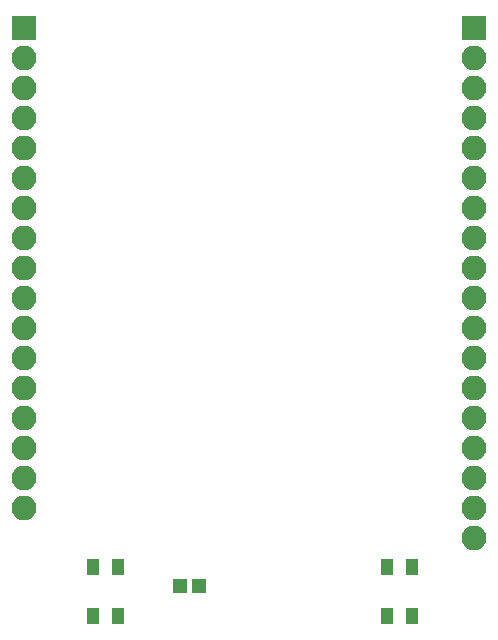
<source format=gbs>
G04 #@! TF.FileFunction,Soldermask,Bot*
%FSLAX46Y46*%
G04 Gerber Fmt 4.6, Leading zero omitted, Abs format (unit mm)*
G04 Created by KiCad (PCBNEW 4.0.6-e0-6349~52~ubuntu16.10.1) date Sat Mar  4 22:51:03 2017*
%MOMM*%
%LPD*%
G01*
G04 APERTURE LIST*
%ADD10C,0.100000*%
%ADD11R,1.050000X1.450000*%
%ADD12R,1.200000X1.200000*%
%ADD13R,2.100000X2.100000*%
%ADD14O,2.100000X2.100000*%
G04 APERTURE END LIST*
D10*
D11*
X160333000Y-120947000D03*
X160333000Y-116797000D03*
X158183000Y-120947000D03*
X158183000Y-116797000D03*
D12*
X167170000Y-118364000D03*
X165570000Y-118364000D03*
D13*
X152400000Y-71120000D03*
D14*
X152400000Y-73660000D03*
X152400000Y-76200000D03*
X152400000Y-78740000D03*
X152400000Y-81280000D03*
X152400000Y-83820000D03*
X152400000Y-86360000D03*
X152400000Y-88900000D03*
X152400000Y-91440000D03*
X152400000Y-93980000D03*
X152400000Y-96520000D03*
X152400000Y-99060000D03*
X152400000Y-101600000D03*
X152400000Y-104140000D03*
X152400000Y-106680000D03*
X152400000Y-109220000D03*
X152400000Y-111760000D03*
D11*
X185225000Y-120947000D03*
X185225000Y-116797000D03*
X183075000Y-120947000D03*
X183075000Y-116797000D03*
D13*
X190500000Y-71120000D03*
D14*
X190500000Y-73660000D03*
X190500000Y-76200000D03*
X190500000Y-78740000D03*
X190500000Y-81280000D03*
X190500000Y-83820000D03*
X190500000Y-86360000D03*
X190500000Y-88900000D03*
X190500000Y-91440000D03*
X190500000Y-93980000D03*
X190500000Y-96520000D03*
X190500000Y-99060000D03*
X190500000Y-101600000D03*
X190500000Y-104140000D03*
X190500000Y-106680000D03*
X190500000Y-109220000D03*
X190500000Y-111760000D03*
X190500000Y-114300000D03*
M02*

</source>
